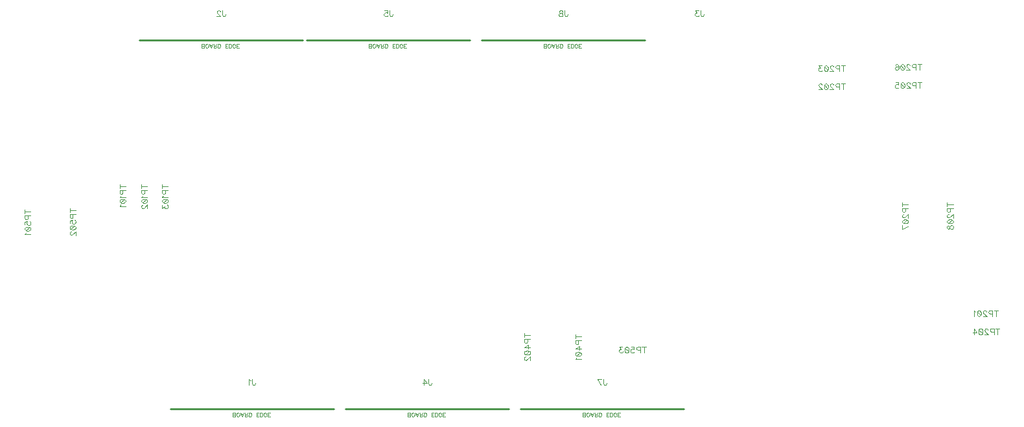
<source format=gbr>
G04 DipTrace 2.4.0.2*
%INBottomAssy.gbr*%
%MOIN*%
%ADD10C,0.0098*%
%ADD12C,0.003*%
%ADD110C,0.0046*%
%FSLAX44Y44*%
G04*
G70*
G90*
G75*
G01*
%LNBotAssy*%
%LPD*%
X10311Y402D2*
D10*
X18689D1*
X8711Y19402D2*
X17089D1*
X19311Y402D2*
X27689D1*
X17311Y19402D2*
X25689D1*
X28311Y402D2*
X36689D1*
X26311Y19402D2*
X34689D1*
X14511Y1939D2*
D110*
Y1710D1*
X14525Y1667D1*
X14539Y1652D1*
X14568Y1638D1*
X14597D1*
X14625Y1652D1*
X14640Y1667D1*
X14654Y1710D1*
Y1738D1*
X14418Y1882D2*
X14389Y1896D1*
X14346Y1939D1*
Y1638D1*
X12975Y20939D2*
Y20710D1*
X12989Y20667D1*
X13004Y20652D1*
X13032Y20638D1*
X13061D1*
X13090Y20652D1*
X13104Y20667D1*
X13119Y20710D1*
Y20738D1*
X12868Y20867D2*
Y20882D1*
X12854Y20910D1*
X12839Y20925D1*
X12810Y20939D1*
X12753D1*
X12725Y20925D1*
X12710Y20910D1*
X12696Y20882D1*
Y20853D1*
X12710Y20824D1*
X12739Y20781D1*
X12882Y20638D1*
X12681D1*
X37575Y20939D2*
Y20710D1*
X37589Y20667D1*
X37604Y20652D1*
X37632Y20638D1*
X37661D1*
X37690Y20652D1*
X37704Y20667D1*
X37719Y20710D1*
Y20738D1*
X37454Y20939D2*
X37296D1*
X37382Y20824D1*
X37339D1*
X37310Y20810D1*
X37296Y20796D1*
X37281Y20753D1*
Y20724D1*
X37296Y20681D1*
X37325Y20652D1*
X37368Y20638D1*
X37411D1*
X37454Y20652D1*
X37468Y20667D1*
X37482Y20695D1*
X23582Y1939D2*
Y1710D1*
X23596Y1667D1*
X23611Y1652D1*
X23640Y1638D1*
X23668D1*
X23697Y1652D1*
X23711Y1667D1*
X23726Y1710D1*
Y1738D1*
X23346Y1638D2*
Y1939D1*
X23489Y1738D1*
X23274D1*
X21575Y20939D2*
Y20710D1*
X21589Y20667D1*
X21604Y20652D1*
X21632Y20638D1*
X21661D1*
X21690Y20652D1*
X21704Y20667D1*
X21719Y20710D1*
Y20738D1*
X21310Y20939D2*
X21454D1*
X21468Y20810D1*
X21454Y20824D1*
X21410Y20839D1*
X21368D1*
X21325Y20824D1*
X21296Y20796D1*
X21281Y20753D1*
Y20724D1*
X21296Y20681D1*
X21325Y20652D1*
X21368Y20638D1*
X21410D1*
X21454Y20652D1*
X21468Y20667D1*
X21482Y20695D1*
X32575Y1939D2*
Y1710D1*
X32589Y1667D1*
X32604Y1652D1*
X32632Y1638D1*
X32661D1*
X32690Y1652D1*
X32704Y1667D1*
X32719Y1710D1*
Y1738D1*
X32425Y1638D2*
X32281Y1939D1*
X32482D1*
X30575Y20939D2*
Y20710D1*
X30589Y20667D1*
X30604Y20652D1*
X30632Y20638D1*
X30661D1*
X30690Y20652D1*
X30704Y20667D1*
X30718Y20710D1*
Y20738D1*
X30411Y20939D2*
X30453Y20925D1*
X30468Y20896D1*
Y20867D1*
X30453Y20839D1*
X30425Y20824D1*
X30367Y20810D1*
X30324Y20796D1*
X30296Y20767D1*
X30282Y20738D1*
Y20695D1*
X30296Y20667D1*
X30310Y20652D1*
X30353Y20638D1*
X30411D1*
X30453Y20652D1*
X30468Y20667D1*
X30482Y20695D1*
Y20738D1*
X30468Y20767D1*
X30439Y20796D1*
X30396Y20810D1*
X30339Y20824D1*
X30310Y20839D1*
X30296Y20867D1*
Y20896D1*
X30310Y20925D1*
X30353Y20939D1*
X30411D1*
X7686Y11878D2*
X7987D1*
X7686Y11979D2*
Y11778D1*
X7843Y11685D2*
Y11556D1*
X7829Y11513D1*
X7815Y11499D1*
X7786Y11484D1*
X7743D1*
X7714Y11499D1*
X7700Y11513D1*
X7686Y11556D1*
Y11685D1*
X7987D1*
X7743Y11392D2*
X7729Y11363D1*
X7686Y11320D1*
X7987D1*
X7686Y11141D2*
X7700Y11184D1*
X7743Y11213D1*
X7815Y11227D1*
X7858D1*
X7930Y11213D1*
X7973Y11184D1*
X7987Y11141D1*
Y11112D1*
X7973Y11069D1*
X7930Y11041D1*
X7858Y11026D1*
X7815D1*
X7743Y11041D1*
X7700Y11069D1*
X7686Y11112D1*
Y11141D1*
X7743Y11041D2*
X7930Y11213D1*
X7743Y10934D2*
X7729Y10905D1*
X7686Y10862D1*
X7987D1*
X8811Y11880D2*
X9112D1*
X8811Y11981D2*
Y11780D1*
X8968Y11687D2*
Y11558D1*
X8954Y11515D1*
X8940Y11501D1*
X8911Y11486D1*
X8868D1*
X8839Y11501D1*
X8825Y11515D1*
X8811Y11558D1*
Y11687D1*
X9112D1*
X8868Y11394D2*
X8854Y11365D1*
X8811Y11322D1*
X9112D1*
X8811Y11143D2*
X8825Y11186D1*
X8868Y11215D1*
X8940Y11229D1*
X8983D1*
X9055Y11215D1*
X9098Y11186D1*
X9112Y11143D1*
Y11114D1*
X9098Y11071D1*
X9055Y11043D1*
X8983Y11028D1*
X8940D1*
X8868Y11043D1*
X8825Y11071D1*
X8811Y11114D1*
Y11143D1*
X8868Y11043D2*
X9055Y11215D1*
X8883Y10921D2*
X8868D1*
X8839Y10907D1*
X8825Y10892D1*
X8811Y10864D1*
Y10806D1*
X8825Y10778D1*
X8839Y10763D1*
X8868Y10749D1*
X8897D1*
X8926Y10763D1*
X8968Y10792D1*
X9112Y10936D1*
Y10735D1*
X9873Y11880D2*
X10175D1*
X9873Y11981D2*
Y11780D1*
X10031Y11687D2*
Y11558D1*
X10017Y11515D1*
X10002Y11501D1*
X9974Y11486D1*
X9931D1*
X9902Y11501D1*
X9887Y11515D1*
X9873Y11558D1*
Y11687D1*
X10175D1*
X9931Y11394D2*
X9916Y11365D1*
X9873Y11322D1*
X10175D1*
X9873Y11143D2*
X9888Y11186D1*
X9931Y11215D1*
X10002Y11229D1*
X10046D1*
X10117Y11215D1*
X10160Y11186D1*
X10175Y11143D1*
Y11114D1*
X10160Y11071D1*
X10117Y11043D1*
X10046Y11028D1*
X10002D1*
X9931Y11043D1*
X9888Y11071D1*
X9873Y11114D1*
Y11143D1*
X9931Y11043D2*
X10117Y11215D1*
X9873Y10907D2*
Y10749D1*
X9988Y10835D1*
Y10792D1*
X10002Y10763D1*
X10017Y10749D1*
X10060Y10735D1*
X10088D1*
X10131Y10749D1*
X10160Y10778D1*
X10175Y10821D1*
Y10864D1*
X10160Y10907D1*
X10146Y10921D1*
X10117Y10936D1*
X52773Y5485D2*
Y5183D1*
X52873Y5485D2*
X52672D1*
X52580Y5327D2*
X52450D1*
X52407Y5341D1*
X52393Y5356D1*
X52379Y5384D1*
Y5427D1*
X52393Y5456D1*
X52407Y5470D1*
X52450Y5485D1*
X52580D1*
Y5183D1*
X52271Y5413D2*
Y5427D1*
X52257Y5456D1*
X52243Y5470D1*
X52214Y5484D1*
X52157D1*
X52128Y5470D1*
X52114Y5456D1*
X52099Y5427D1*
Y5398D1*
X52114Y5370D1*
X52142Y5327D1*
X52286Y5183D1*
X52085D1*
X51906Y5484D2*
X51949Y5470D1*
X51978Y5427D1*
X51992Y5355D1*
Y5312D1*
X51978Y5241D1*
X51949Y5197D1*
X51906Y5183D1*
X51878D1*
X51835Y5197D1*
X51806Y5241D1*
X51791Y5312D1*
Y5355D1*
X51806Y5427D1*
X51835Y5470D1*
X51878Y5484D1*
X51906D1*
X51806Y5427D2*
X51978Y5241D1*
X51699Y5427D2*
X51670Y5441D1*
X51627Y5484D1*
Y5183D1*
X44900Y17172D2*
Y16871D1*
X45000Y17172D2*
X44799D1*
X44707Y17014D2*
X44577D1*
X44534Y17029D1*
X44520Y17043D1*
X44506Y17072D1*
Y17115D1*
X44520Y17143D1*
X44534Y17158D1*
X44577Y17172D1*
X44707D1*
Y16871D1*
X44398Y17100D2*
Y17115D1*
X44384Y17143D1*
X44370Y17158D1*
X44341Y17172D1*
X44284D1*
X44255Y17158D1*
X44241Y17143D1*
X44226Y17115D1*
Y17086D1*
X44241Y17057D1*
X44269Y17014D1*
X44413Y16871D1*
X44212D1*
X44033Y17172D2*
X44076Y17158D1*
X44105Y17115D1*
X44119Y17043D1*
Y17000D1*
X44105Y16928D1*
X44076Y16885D1*
X44033Y16871D1*
X44005D1*
X43961Y16885D1*
X43933Y16928D1*
X43918Y17000D1*
Y17043D1*
X43933Y17115D1*
X43961Y17158D1*
X44005Y17172D1*
X44033D1*
X43933Y17115D2*
X44105Y16928D1*
X43811Y17100D2*
Y17115D1*
X43797Y17143D1*
X43783Y17158D1*
X43754Y17172D1*
X43696D1*
X43668Y17158D1*
X43654Y17143D1*
X43639Y17115D1*
Y17086D1*
X43654Y17057D1*
X43682Y17014D1*
X43826Y16871D1*
X43625D1*
X44900Y18110D2*
Y17808D1*
X45000Y18110D2*
X44799D1*
X44707Y17952D2*
X44577D1*
X44534Y17966D1*
X44520Y17981D1*
X44506Y18009D1*
Y18052D1*
X44520Y18081D1*
X44534Y18095D1*
X44577Y18110D1*
X44707D1*
Y17808D1*
X44398Y18038D2*
Y18052D1*
X44384Y18081D1*
X44370Y18095D1*
X44341Y18109D1*
X44284D1*
X44255Y18095D1*
X44241Y18081D1*
X44226Y18052D1*
Y18023D1*
X44241Y17994D1*
X44269Y17952D1*
X44413Y17808D1*
X44212D1*
X44033Y18109D2*
X44076Y18095D1*
X44105Y18052D1*
X44119Y17980D1*
Y17937D1*
X44105Y17865D1*
X44076Y17822D1*
X44033Y17808D1*
X44005D1*
X43961Y17822D1*
X43933Y17865D1*
X43918Y17937D1*
Y17980D1*
X43933Y18052D1*
X43961Y18095D1*
X44005Y18109D1*
X44033D1*
X43933Y18052D2*
X44105Y17865D1*
X43797Y18109D2*
X43639D1*
X43725Y17994D1*
X43682D1*
X43654Y17980D1*
X43639Y17966D1*
X43625Y17923D1*
Y17894D1*
X43639Y17851D1*
X43668Y17822D1*
X43711Y17808D1*
X43754D1*
X43797Y17822D1*
X43811Y17837D1*
X43826Y17865D1*
X52844Y4547D2*
Y4246D1*
X52945Y4547D2*
X52744D1*
X52651Y4389D2*
X52522D1*
X52479Y4404D1*
X52464Y4418D1*
X52450Y4447D1*
Y4490D1*
X52464Y4518D1*
X52479Y4533D1*
X52522Y4547D1*
X52651D1*
Y4246D1*
X52343Y4475D2*
Y4489D1*
X52329Y4518D1*
X52314Y4533D1*
X52286Y4547D1*
X52228D1*
X52200Y4533D1*
X52185Y4518D1*
X52171Y4489D1*
Y4461D1*
X52185Y4432D1*
X52214Y4389D1*
X52358Y4246D1*
X52157D1*
X51978Y4547D2*
X52021Y4533D1*
X52050Y4489D1*
X52064Y4418D1*
Y4375D1*
X52050Y4303D1*
X52021Y4260D1*
X51978Y4246D1*
X51949D1*
X51906Y4260D1*
X51878Y4303D1*
X51863Y4375D1*
Y4418D1*
X51878Y4489D1*
X51906Y4533D1*
X51949Y4547D1*
X51978D1*
X51878Y4489D2*
X52050Y4303D1*
X51627Y4246D2*
Y4547D1*
X51770Y4346D1*
X51555D1*
X48837Y17235D2*
Y16933D1*
X48938Y17235D2*
X48737D1*
X48644Y17077D2*
X48515D1*
X48472Y17091D1*
X48457Y17106D1*
X48443Y17134D1*
Y17177D1*
X48457Y17206D1*
X48472Y17220D1*
X48515Y17235D1*
X48644D1*
Y16933D1*
X48336Y17163D2*
Y17177D1*
X48322Y17206D1*
X48307Y17220D1*
X48279Y17234D1*
X48221D1*
X48193Y17220D1*
X48178Y17206D1*
X48164Y17177D1*
Y17148D1*
X48178Y17120D1*
X48207Y17077D1*
X48350Y16933D1*
X48150D1*
X47971Y17234D2*
X48014Y17220D1*
X48043Y17177D1*
X48057Y17105D1*
Y17062D1*
X48043Y16991D1*
X48014Y16947D1*
X47971Y16933D1*
X47942D1*
X47899Y16947D1*
X47871Y16991D1*
X47856Y17062D1*
Y17105D1*
X47871Y17177D1*
X47899Y17220D1*
X47942Y17234D1*
X47971D1*
X47871Y17177D2*
X48043Y16991D1*
X47591Y17234D2*
X47734D1*
X47749Y17105D1*
X47734Y17120D1*
X47691Y17134D1*
X47649D1*
X47605Y17120D1*
X47577Y17091D1*
X47562Y17048D1*
Y17019D1*
X47577Y16976D1*
X47605Y16947D1*
X47649Y16933D1*
X47691D1*
X47734Y16947D1*
X47749Y16962D1*
X47763Y16991D1*
X48830Y18172D2*
Y17871D1*
X48930Y18172D2*
X48729D1*
X48637Y18014D2*
X48507D1*
X48465Y18029D1*
X48450Y18043D1*
X48436Y18072D1*
Y18115D1*
X48450Y18143D1*
X48465Y18158D1*
X48507Y18172D1*
X48637D1*
Y17871D1*
X48329Y18100D2*
Y18114D1*
X48314Y18143D1*
X48300Y18158D1*
X48271Y18172D1*
X48214D1*
X48185Y18158D1*
X48171Y18143D1*
X48156Y18114D1*
Y18086D1*
X48171Y18057D1*
X48200Y18014D1*
X48343Y17871D1*
X48142D1*
X47963Y18172D2*
X48006Y18158D1*
X48035Y18114D1*
X48050Y18043D1*
Y18000D1*
X48035Y17928D1*
X48006Y17885D1*
X47963Y17871D1*
X47935D1*
X47892Y17885D1*
X47863Y17928D1*
X47849Y18000D1*
Y18043D1*
X47863Y18114D1*
X47892Y18158D1*
X47935Y18172D1*
X47963D1*
X47863Y18114D2*
X48035Y17928D1*
X47584Y18129D2*
X47598Y18158D1*
X47641Y18172D1*
X47670D1*
X47713Y18158D1*
X47742Y18114D1*
X47756Y18043D1*
Y17971D1*
X47742Y17914D1*
X47713Y17885D1*
X47670Y17871D1*
X47656D1*
X47613Y17885D1*
X47584Y17914D1*
X47570Y17957D1*
Y17971D1*
X47584Y18014D1*
X47613Y18043D1*
X47656Y18057D1*
X47670D1*
X47713Y18043D1*
X47742Y18014D1*
X47756Y17971D1*
X47936Y10945D2*
X48237D1*
X47936Y11045D2*
Y10844D1*
X48094Y10752D2*
Y10623D1*
X48079Y10580D1*
X48065Y10565D1*
X48036Y10551D1*
X47993D1*
X47965Y10565D1*
X47950Y10580D1*
X47936Y10623D1*
Y10752D1*
X48237D1*
X48008Y10444D2*
X47993D1*
X47965Y10429D1*
X47950Y10415D1*
X47936Y10386D1*
Y10329D1*
X47950Y10300D1*
X47965Y10286D1*
X47993Y10272D1*
X48022D1*
X48051Y10286D1*
X48094Y10315D1*
X48237Y10458D1*
Y10257D1*
X47936Y10078D2*
X47950Y10122D1*
X47993Y10150D1*
X48065Y10165D1*
X48108D1*
X48180Y10150D1*
X48223Y10122D1*
X48237Y10078D1*
Y10050D1*
X48223Y10007D1*
X48180Y9978D1*
X48108Y9964D1*
X48065D1*
X47993Y9978D1*
X47950Y10007D1*
X47936Y10050D1*
Y10078D1*
X47993Y9978D2*
X48180Y10150D1*
X48237Y9814D2*
X47936Y9670D1*
Y9871D1*
X50248Y10945D2*
X50550D1*
X50248Y11045D2*
Y10844D1*
X50406Y10752D2*
Y10622D1*
X50392Y10580D1*
X50377Y10565D1*
X50349Y10551D1*
X50306D1*
X50277Y10565D1*
X50262Y10580D1*
X50248Y10622D1*
Y10752D1*
X50550D1*
X50320Y10444D2*
X50306D1*
X50277Y10429D1*
X50263Y10415D1*
X50248Y10386D1*
Y10329D1*
X50263Y10300D1*
X50277Y10286D1*
X50306Y10271D1*
X50334D1*
X50363Y10286D1*
X50406Y10315D1*
X50550Y10458D1*
Y10257D1*
X50248Y10078D2*
X50263Y10121D1*
X50306Y10150D1*
X50377Y10165D1*
X50421D1*
X50492Y10150D1*
X50535Y10121D1*
X50550Y10078D1*
Y10050D1*
X50535Y10007D1*
X50492Y9978D1*
X50421Y9964D1*
X50377D1*
X50306Y9978D1*
X50263Y10007D1*
X50248Y10050D1*
Y10078D1*
X50306Y9978D2*
X50492Y10150D1*
X50248Y9799D2*
X50263Y9842D1*
X50291Y9857D1*
X50320D1*
X50349Y9842D1*
X50363Y9814D1*
X50377Y9756D1*
X50392Y9713D1*
X50421Y9685D1*
X50449Y9670D1*
X50492D1*
X50521Y9685D1*
X50535Y9699D1*
X50550Y9742D1*
Y9799D1*
X50535Y9842D1*
X50521Y9857D1*
X50492Y9871D1*
X50449D1*
X50421Y9857D1*
X50392Y9828D1*
X50377Y9785D1*
X50363Y9728D1*
X50349Y9699D1*
X50320Y9685D1*
X50291D1*
X50263Y9699D1*
X50248Y9742D1*
Y9799D1*
X31123Y4138D2*
X31425D1*
X31123Y4238D2*
Y4037D1*
X31281Y3944D2*
Y3815D1*
X31267Y3772D1*
X31252Y3758D1*
X31224Y3744D1*
X31181D1*
X31152Y3758D1*
X31137Y3772D1*
X31123Y3815D1*
Y3944D1*
X31425D1*
Y3507D2*
X31123D1*
X31324Y3651D1*
Y3436D1*
X31123Y3257D2*
X31138Y3300D1*
X31181Y3329D1*
X31252Y3343D1*
X31296D1*
X31367Y3329D1*
X31410Y3300D1*
X31425Y3257D1*
Y3228D1*
X31410Y3185D1*
X31367Y3157D1*
X31296Y3142D1*
X31252D1*
X31181Y3157D1*
X31138Y3185D1*
X31123Y3228D1*
Y3257D1*
X31181Y3157D2*
X31367Y3329D1*
X31181Y3049D2*
X31166Y3021D1*
X31123Y2977D1*
X31425D1*
X28498Y4202D2*
X28800D1*
X28498Y4303D2*
Y4102D1*
X28656Y4009D2*
Y3880D1*
X28642Y3837D1*
X28627Y3822D1*
X28599Y3808D1*
X28556D1*
X28527Y3822D1*
X28512Y3837D1*
X28498Y3880D1*
Y4009D1*
X28800D1*
Y3572D2*
X28499D1*
X28699Y3715D1*
Y3500D1*
X28499Y3321D2*
X28513Y3364D1*
X28556Y3393D1*
X28627Y3408D1*
X28671D1*
X28742Y3393D1*
X28785Y3364D1*
X28800Y3321D1*
Y3293D1*
X28785Y3250D1*
X28742Y3221D1*
X28671Y3207D1*
X28627D1*
X28556Y3221D1*
X28513Y3250D1*
X28499Y3293D1*
Y3321D1*
X28556Y3221D2*
X28742Y3393D1*
X28570Y3099D2*
X28556D1*
X28527Y3085D1*
X28513Y3071D1*
X28499Y3042D1*
X28498Y2985D1*
X28513Y2956D1*
X28527Y2942D1*
X28556Y2927D1*
X28584D1*
X28613Y2942D1*
X28656Y2970D1*
X28800Y3114D1*
Y2913D1*
X2811Y10568D2*
X3112D1*
X2811Y10668D2*
Y10467D1*
X2969Y10375D2*
Y10246D1*
X2954Y10203D1*
X2940Y10188D1*
X2911Y10174D1*
X2868D1*
X2840Y10188D1*
X2825Y10203D1*
X2811Y10246D1*
Y10375D1*
X3112D1*
X2811Y9909D2*
Y10052D1*
X2940Y10067D1*
X2926Y10052D1*
X2911Y10009D1*
Y9967D1*
X2926Y9923D1*
X2954Y9895D1*
X2997Y9880D1*
X3026D1*
X3069Y9895D1*
X3098Y9923D1*
X3112Y9967D1*
Y10009D1*
X3098Y10052D1*
X3083Y10067D1*
X3055Y10081D1*
X2811Y9701D2*
X2825Y9745D1*
X2868Y9773D1*
X2940Y9788D1*
X2983D1*
X3055Y9773D1*
X3098Y9745D1*
X3112Y9701D1*
Y9673D1*
X3098Y9630D1*
X3055Y9601D1*
X2983Y9587D1*
X2940D1*
X2868Y9601D1*
X2825Y9630D1*
X2811Y9673D1*
Y9701D1*
X2868Y9601D2*
X3055Y9773D1*
X2868Y9494D2*
X2854Y9465D1*
X2811Y9422D1*
X3112D1*
X5123Y10632D2*
X5425D1*
X5123Y10733D2*
Y10532D1*
X5281Y10439D2*
Y10310D1*
X5267Y10267D1*
X5252Y10253D1*
X5224Y10238D1*
X5181D1*
X5152Y10253D1*
X5137Y10267D1*
X5123Y10310D1*
Y10439D1*
X5425D1*
X5124Y9974D2*
Y10117D1*
X5252Y10131D1*
X5238Y10117D1*
X5224Y10074D1*
Y10031D1*
X5238Y9988D1*
X5267Y9959D1*
X5310Y9945D1*
X5338D1*
X5381Y9959D1*
X5410Y9988D1*
X5425Y10031D1*
Y10074D1*
X5410Y10117D1*
X5396Y10131D1*
X5367Y10146D1*
X5124Y9766D2*
X5138Y9809D1*
X5181Y9838D1*
X5252Y9852D1*
X5296D1*
X5367Y9838D1*
X5410Y9809D1*
X5425Y9766D1*
Y9737D1*
X5410Y9694D1*
X5367Y9666D1*
X5296Y9651D1*
X5252D1*
X5181Y9666D1*
X5138Y9694D1*
X5124Y9737D1*
Y9766D1*
X5181Y9666D2*
X5367Y9838D1*
X5195Y9544D2*
X5181D1*
X5152Y9530D1*
X5138Y9515D1*
X5124Y9487D1*
X5123Y9429D1*
X5138Y9401D1*
X5152Y9386D1*
X5181Y9372D1*
X5209D1*
X5238Y9386D1*
X5281Y9415D1*
X5425Y9559D1*
Y9358D1*
X34650Y3610D2*
Y3308D1*
X34750Y3610D2*
X34549D1*
X34457Y3452D2*
X34327D1*
X34284Y3466D1*
X34270Y3481D1*
X34256Y3509D1*
Y3552D1*
X34270Y3581D1*
X34284Y3595D1*
X34327Y3610D1*
X34457D1*
Y3308D1*
X33991Y3609D2*
X34134D1*
X34148Y3480D1*
X34134Y3495D1*
X34091Y3509D1*
X34048D1*
X34005Y3495D1*
X33976Y3466D1*
X33962Y3423D1*
Y3394D1*
X33976Y3351D1*
X34005Y3322D1*
X34048Y3308D1*
X34091D1*
X34134Y3322D1*
X34148Y3337D1*
X34163Y3366D1*
X33783Y3609D2*
X33826Y3595D1*
X33855Y3552D1*
X33869Y3480D1*
Y3437D1*
X33855Y3366D1*
X33826Y3322D1*
X33783Y3308D1*
X33755D1*
X33712Y3322D1*
X33683Y3366D1*
X33668Y3437D1*
Y3480D1*
X33683Y3552D1*
X33712Y3595D1*
X33755Y3609D1*
X33783D1*
X33683Y3552D2*
X33855Y3366D1*
X33547Y3609D2*
X33389D1*
X33475Y3495D1*
X33432D1*
X33404Y3480D1*
X33389Y3466D1*
X33375Y3423D1*
Y3394D1*
X33389Y3351D1*
X33418Y3322D1*
X33461Y3308D1*
X33504D1*
X33547Y3322D1*
X33561Y3337D1*
X33576Y3366D1*
X13505Y19D2*
D12*
Y220D1*
X13592D1*
X13620Y210D1*
X13630Y200D1*
X13639Y181D1*
Y153D1*
X13630Y133D1*
X13620Y124D1*
X13592Y114D1*
X13620Y105D1*
X13630Y95D1*
X13639Y76D1*
Y57D1*
X13630Y38D1*
X13620Y28D1*
X13592Y19D1*
X13505D1*
Y114D2*
X13592D1*
X13759Y19D2*
X13739Y28D1*
X13720Y47D1*
X13711Y66D1*
X13701Y95D1*
Y143D1*
X13711Y172D1*
X13720Y191D1*
X13739Y210D1*
X13759Y220D1*
X13797D1*
X13816Y210D1*
X13835Y191D1*
X13845Y172D1*
X13854Y143D1*
Y95D1*
X13845Y66D1*
X13835Y47D1*
X13816Y28D1*
X13797Y19D1*
X13759D1*
X14069Y220D2*
X13992Y19D1*
X13916Y220D1*
X13945Y153D2*
X14040D1*
X14131Y114D2*
X14217D1*
X14246Y105D1*
X14255Y95D1*
X14265Y76D1*
Y57D1*
X14255Y38D1*
X14246Y28D1*
X14217Y19D1*
X14131D1*
Y220D1*
X14198Y114D2*
X14265Y220D1*
X14327Y19D2*
Y220D1*
X14394D1*
X14422Y210D1*
X14442Y191D1*
X14451Y172D1*
X14461Y143D1*
Y95D1*
X14451Y66D1*
X14442Y47D1*
X14422Y28D1*
X14394Y19D1*
X14327D1*
X14841D2*
X14717D1*
Y220D1*
X14841D1*
X14717Y114D2*
X14793D1*
X14903Y19D2*
Y220D1*
X14970D1*
X14998Y210D1*
X15018Y191D1*
X15027Y172D1*
X15037Y143D1*
Y95D1*
X15027Y66D1*
X15018Y47D1*
X14998Y28D1*
X14970Y19D1*
X14903D1*
X15242Y66D2*
X15232Y47D1*
X15213Y28D1*
X15194Y19D1*
X15156D1*
X15137Y28D1*
X15118Y47D1*
X15108Y66D1*
X15098Y95D1*
Y143D1*
X15108Y172D1*
X15118Y191D1*
X15137Y210D1*
X15156Y220D1*
X15194D1*
X15213Y210D1*
X15232Y191D1*
X15242Y172D1*
Y143D1*
X15194D1*
X15428Y19D2*
X15304D1*
Y220D1*
X15428D1*
X15304Y114D2*
X15380D1*
X11905Y19019D2*
Y19220D1*
X11992D1*
X12020Y19210D1*
X12030Y19200D1*
X12039Y19181D1*
Y19153D1*
X12030Y19133D1*
X12020Y19124D1*
X11992Y19114D1*
X12020Y19105D1*
X12030Y19095D1*
X12039Y19076D1*
Y19057D1*
X12030Y19038D1*
X12020Y19028D1*
X11992Y19019D1*
X11905D1*
Y19114D2*
X11992D1*
X12159Y19019D2*
X12139Y19028D1*
X12120Y19047D1*
X12111Y19066D1*
X12101Y19095D1*
Y19143D1*
X12111Y19172D1*
X12120Y19191D1*
X12139Y19210D1*
X12159Y19220D1*
X12197D1*
X12216Y19210D1*
X12235Y19191D1*
X12245Y19172D1*
X12254Y19143D1*
Y19095D1*
X12245Y19066D1*
X12235Y19047D1*
X12216Y19028D1*
X12197Y19019D1*
X12159D1*
X12469Y19220D2*
X12392Y19019D1*
X12316Y19220D1*
X12345Y19153D2*
X12440D1*
X12531Y19114D2*
X12617D1*
X12646Y19105D1*
X12655Y19095D1*
X12665Y19076D1*
Y19057D1*
X12655Y19038D1*
X12646Y19028D1*
X12617Y19019D1*
X12531D1*
Y19220D1*
X12598Y19114D2*
X12665Y19220D1*
X12727Y19019D2*
Y19220D1*
X12794D1*
X12822Y19210D1*
X12842Y19191D1*
X12851Y19172D1*
X12861Y19143D1*
Y19095D1*
X12851Y19066D1*
X12842Y19047D1*
X12822Y19028D1*
X12794Y19019D1*
X12727D1*
X13241D2*
X13117D1*
Y19220D1*
X13241D1*
X13117Y19114D2*
X13193D1*
X13303Y19019D2*
Y19220D1*
X13370D1*
X13398Y19210D1*
X13418Y19191D1*
X13427Y19172D1*
X13437Y19143D1*
Y19095D1*
X13427Y19066D1*
X13418Y19047D1*
X13398Y19028D1*
X13370Y19019D1*
X13303D1*
X13642Y19066D2*
X13632Y19047D1*
X13613Y19028D1*
X13594Y19019D1*
X13556D1*
X13537Y19028D1*
X13518Y19047D1*
X13508Y19066D1*
X13498Y19095D1*
Y19143D1*
X13508Y19172D1*
X13518Y19191D1*
X13537Y19210D1*
X13556Y19220D1*
X13594D1*
X13613Y19210D1*
X13632Y19191D1*
X13642Y19172D1*
Y19143D1*
X13594D1*
X13828Y19019D2*
X13704D1*
Y19220D1*
X13828D1*
X13704Y19114D2*
X13780D1*
X22505Y19D2*
Y220D1*
X22592D1*
X22620Y210D1*
X22630Y200D1*
X22639Y181D1*
Y153D1*
X22630Y133D1*
X22620Y124D1*
X22592Y114D1*
X22620Y105D1*
X22630Y95D1*
X22639Y76D1*
Y57D1*
X22630Y38D1*
X22620Y28D1*
X22592Y19D1*
X22505D1*
Y114D2*
X22592D1*
X22759Y19D2*
X22739Y28D1*
X22720Y47D1*
X22711Y66D1*
X22701Y95D1*
Y143D1*
X22711Y172D1*
X22720Y191D1*
X22739Y210D1*
X22759Y220D1*
X22797D1*
X22816Y210D1*
X22835Y191D1*
X22845Y172D1*
X22854Y143D1*
Y95D1*
X22845Y66D1*
X22835Y47D1*
X22816Y28D1*
X22797Y19D1*
X22759D1*
X23069Y220D2*
X22992Y19D1*
X22916Y220D1*
X22945Y153D2*
X23040D1*
X23131Y114D2*
X23217D1*
X23246Y105D1*
X23255Y95D1*
X23265Y76D1*
Y57D1*
X23255Y38D1*
X23246Y28D1*
X23217Y19D1*
X23131D1*
Y220D1*
X23198Y114D2*
X23265Y220D1*
X23327Y19D2*
Y220D1*
X23394D1*
X23422Y210D1*
X23442Y191D1*
X23451Y172D1*
X23461Y143D1*
Y95D1*
X23451Y66D1*
X23442Y47D1*
X23422Y28D1*
X23394Y19D1*
X23327D1*
X23841D2*
X23717D1*
Y220D1*
X23841D1*
X23717Y114D2*
X23793D1*
X23903Y19D2*
Y220D1*
X23970D1*
X23998Y210D1*
X24018Y191D1*
X24027Y172D1*
X24037Y143D1*
Y95D1*
X24027Y66D1*
X24018Y47D1*
X23998Y28D1*
X23970Y19D1*
X23903D1*
X24242Y66D2*
X24232Y47D1*
X24213Y28D1*
X24194Y19D1*
X24156D1*
X24137Y28D1*
X24118Y47D1*
X24108Y66D1*
X24098Y95D1*
Y143D1*
X24108Y172D1*
X24118Y191D1*
X24137Y210D1*
X24156Y220D1*
X24194D1*
X24213Y210D1*
X24232Y191D1*
X24242Y172D1*
Y143D1*
X24194D1*
X24428Y19D2*
X24304D1*
Y220D1*
X24428D1*
X24304Y114D2*
X24380D1*
X20505Y19019D2*
Y19220D1*
X20592D1*
X20620Y19210D1*
X20630Y19200D1*
X20639Y19181D1*
Y19153D1*
X20630Y19133D1*
X20620Y19124D1*
X20592Y19114D1*
X20620Y19105D1*
X20630Y19095D1*
X20639Y19076D1*
Y19057D1*
X20630Y19038D1*
X20620Y19028D1*
X20592Y19019D1*
X20505D1*
Y19114D2*
X20592D1*
X20759Y19019D2*
X20739Y19028D1*
X20720Y19047D1*
X20711Y19066D1*
X20701Y19095D1*
Y19143D1*
X20711Y19172D1*
X20720Y19191D1*
X20739Y19210D1*
X20759Y19220D1*
X20797D1*
X20816Y19210D1*
X20835Y19191D1*
X20845Y19172D1*
X20854Y19143D1*
Y19095D1*
X20845Y19066D1*
X20835Y19047D1*
X20816Y19028D1*
X20797Y19019D1*
X20759D1*
X21069Y19220D2*
X20992Y19019D1*
X20916Y19220D1*
X20945Y19153D2*
X21040D1*
X21131Y19114D2*
X21217D1*
X21246Y19105D1*
X21255Y19095D1*
X21265Y19076D1*
Y19057D1*
X21255Y19038D1*
X21246Y19028D1*
X21217Y19019D1*
X21131D1*
Y19220D1*
X21198Y19114D2*
X21265Y19220D1*
X21327Y19019D2*
Y19220D1*
X21394D1*
X21422Y19210D1*
X21442Y19191D1*
X21451Y19172D1*
X21461Y19143D1*
Y19095D1*
X21451Y19066D1*
X21442Y19047D1*
X21422Y19028D1*
X21394Y19019D1*
X21327D1*
X21841D2*
X21717D1*
Y19220D1*
X21841D1*
X21717Y19114D2*
X21793D1*
X21903Y19019D2*
Y19220D1*
X21970D1*
X21998Y19210D1*
X22018Y19191D1*
X22027Y19172D1*
X22037Y19143D1*
Y19095D1*
X22027Y19066D1*
X22018Y19047D1*
X21998Y19028D1*
X21970Y19019D1*
X21903D1*
X22242Y19066D2*
X22232Y19047D1*
X22213Y19028D1*
X22194Y19019D1*
X22156D1*
X22137Y19028D1*
X22118Y19047D1*
X22108Y19066D1*
X22098Y19095D1*
Y19143D1*
X22108Y19172D1*
X22118Y19191D1*
X22137Y19210D1*
X22156Y19220D1*
X22194D1*
X22213Y19210D1*
X22232Y19191D1*
X22242Y19172D1*
Y19143D1*
X22194D1*
X22428Y19019D2*
X22304D1*
Y19220D1*
X22428D1*
X22304Y19114D2*
X22380D1*
X31505Y19D2*
Y220D1*
X31592D1*
X31620Y210D1*
X31630Y200D1*
X31639Y181D1*
Y153D1*
X31630Y133D1*
X31620Y124D1*
X31592Y114D1*
X31620Y105D1*
X31630Y95D1*
X31639Y76D1*
Y57D1*
X31630Y38D1*
X31620Y28D1*
X31592Y19D1*
X31505D1*
Y114D2*
X31592D1*
X31759Y19D2*
X31739Y28D1*
X31720Y47D1*
X31711Y66D1*
X31701Y95D1*
Y143D1*
X31711Y172D1*
X31720Y191D1*
X31739Y210D1*
X31759Y220D1*
X31797D1*
X31816Y210D1*
X31835Y191D1*
X31845Y172D1*
X31854Y143D1*
Y95D1*
X31845Y66D1*
X31835Y47D1*
X31816Y28D1*
X31797Y19D1*
X31759D1*
X32069Y220D2*
X31992Y19D1*
X31916Y220D1*
X31945Y153D2*
X32040D1*
X32131Y114D2*
X32217D1*
X32246Y105D1*
X32255Y95D1*
X32265Y76D1*
Y57D1*
X32255Y38D1*
X32246Y28D1*
X32217Y19D1*
X32131D1*
Y220D1*
X32198Y114D2*
X32265Y220D1*
X32327Y19D2*
Y220D1*
X32394D1*
X32422Y210D1*
X32442Y191D1*
X32451Y172D1*
X32461Y143D1*
Y95D1*
X32451Y66D1*
X32442Y47D1*
X32422Y28D1*
X32394Y19D1*
X32327D1*
X32841D2*
X32717D1*
Y220D1*
X32841D1*
X32717Y114D2*
X32793D1*
X32903Y19D2*
Y220D1*
X32970D1*
X32998Y210D1*
X33018Y191D1*
X33027Y172D1*
X33037Y143D1*
Y95D1*
X33027Y66D1*
X33018Y47D1*
X32998Y28D1*
X32970Y19D1*
X32903D1*
X33242Y66D2*
X33232Y47D1*
X33213Y28D1*
X33194Y19D1*
X33156D1*
X33137Y28D1*
X33118Y47D1*
X33108Y66D1*
X33098Y95D1*
Y143D1*
X33108Y172D1*
X33118Y191D1*
X33137Y210D1*
X33156Y220D1*
X33194D1*
X33213Y210D1*
X33232Y191D1*
X33242Y172D1*
Y143D1*
X33194D1*
X33428Y19D2*
X33304D1*
Y220D1*
X33428D1*
X33304Y114D2*
X33380D1*
X29505Y19019D2*
Y19220D1*
X29592D1*
X29620Y19210D1*
X29630Y19200D1*
X29639Y19181D1*
Y19153D1*
X29630Y19133D1*
X29620Y19124D1*
X29592Y19114D1*
X29620Y19105D1*
X29630Y19095D1*
X29639Y19076D1*
Y19057D1*
X29630Y19038D1*
X29620Y19028D1*
X29592Y19019D1*
X29505D1*
Y19114D2*
X29592D1*
X29759Y19019D2*
X29739Y19028D1*
X29720Y19047D1*
X29711Y19066D1*
X29701Y19095D1*
Y19143D1*
X29711Y19172D1*
X29720Y19191D1*
X29739Y19210D1*
X29759Y19220D1*
X29797D1*
X29816Y19210D1*
X29835Y19191D1*
X29845Y19172D1*
X29854Y19143D1*
Y19095D1*
X29845Y19066D1*
X29835Y19047D1*
X29816Y19028D1*
X29797Y19019D1*
X29759D1*
X30069Y19220D2*
X29992Y19019D1*
X29916Y19220D1*
X29945Y19153D2*
X30040D1*
X30131Y19114D2*
X30217D1*
X30246Y19105D1*
X30255Y19095D1*
X30265Y19076D1*
Y19057D1*
X30255Y19038D1*
X30246Y19028D1*
X30217Y19019D1*
X30131D1*
Y19220D1*
X30198Y19114D2*
X30265Y19220D1*
X30327Y19019D2*
Y19220D1*
X30394D1*
X30422Y19210D1*
X30442Y19191D1*
X30451Y19172D1*
X30461Y19143D1*
Y19095D1*
X30451Y19066D1*
X30442Y19047D1*
X30422Y19028D1*
X30394Y19019D1*
X30327D1*
X30841D2*
X30717D1*
Y19220D1*
X30841D1*
X30717Y19114D2*
X30793D1*
X30903Y19019D2*
Y19220D1*
X30970D1*
X30998Y19210D1*
X31018Y19191D1*
X31027Y19172D1*
X31037Y19143D1*
Y19095D1*
X31027Y19066D1*
X31018Y19047D1*
X30998Y19028D1*
X30970Y19019D1*
X30903D1*
X31242Y19066D2*
X31232Y19047D1*
X31213Y19028D1*
X31194Y19019D1*
X31156D1*
X31137Y19028D1*
X31118Y19047D1*
X31108Y19066D1*
X31098Y19095D1*
Y19143D1*
X31108Y19172D1*
X31118Y19191D1*
X31137Y19210D1*
X31156Y19220D1*
X31194D1*
X31213Y19210D1*
X31232Y19191D1*
X31242Y19172D1*
Y19143D1*
X31194D1*
X31428Y19019D2*
X31304D1*
Y19220D1*
X31428D1*
X31304Y19114D2*
X31380D1*
M02*

</source>
